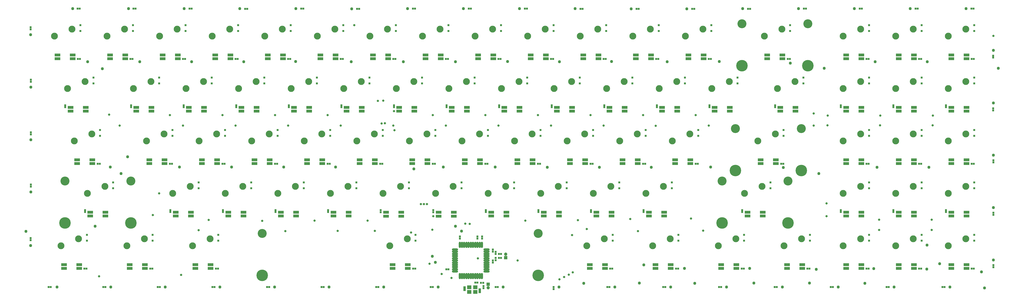
<source format=gbs>
G04*
G04 #@! TF.GenerationSoftware,Altium Limited,Altium Designer,21.2.2 (38)*
G04*
G04 Layer_Color=16711935*
%FSLAX25Y25*%
%MOIN*%
G70*
G04*
G04 #@! TF.SameCoordinates,D2681F19-CCD1-4E4B-9F87-FD34C08DC50C*
G04*
G04*
G04 #@! TF.FilePolarity,Negative*
G04*
G01*
G75*
%ADD15R,0.07887X0.04028*%
%ADD16C,0.12800*%
%ADD17C,0.16500*%
%ADD19R,0.04737X0.04737*%
%ADD20C,0.04737*%
%ADD21C,0.04300*%
%ADD22C,0.03200*%
%ADD23C,0.03800*%
%ADD44R,0.06312X0.05524*%
%ADD45R,0.03320X0.03477*%
%ADD46R,0.02847X0.03005*%
%ADD47R,0.02572X0.03123*%
%ADD48R,0.02572X0.02572*%
%ADD49R,0.02965X0.02965*%
%ADD50O,0.03162X0.08871*%
%ADD51O,0.08871X0.03162*%
%ADD52R,0.03005X0.02847*%
%ADD53C,0.09800*%
D15*
X219047Y113539D02*
D03*
Y119051D02*
D03*
X240700Y113539D02*
D03*
Y119051D02*
D03*
X537803Y263539D02*
D03*
Y269051D02*
D03*
X559457Y263539D02*
D03*
Y269051D02*
D03*
X294047Y113539D02*
D03*
Y119051D02*
D03*
X315700Y113539D02*
D03*
Y119051D02*
D03*
X237802Y263539D02*
D03*
Y269051D02*
D03*
X259456Y263539D02*
D03*
Y269051D02*
D03*
X444047Y113539D02*
D03*
Y119051D02*
D03*
X465701Y113539D02*
D03*
Y119051D02*
D03*
X1250303Y113539D02*
D03*
Y119051D02*
D03*
X1271957Y113539D02*
D03*
Y119051D02*
D03*
X612803Y263539D02*
D03*
Y269051D02*
D03*
X634457Y263539D02*
D03*
Y269051D02*
D03*
X69046Y263539D02*
D03*
Y269051D02*
D03*
X90700Y263539D02*
D03*
Y269051D02*
D03*
X462803Y263539D02*
D03*
Y269051D02*
D03*
X484457Y263539D02*
D03*
Y269051D02*
D03*
X550075Y44050D02*
D03*
Y38539D02*
D03*
X528421Y44050D02*
D03*
Y38539D02*
D03*
X1325303Y113539D02*
D03*
Y119051D02*
D03*
X1346957Y113539D02*
D03*
Y119051D02*
D03*
X1175303Y113539D02*
D03*
Y119051D02*
D03*
X1196957Y113539D02*
D03*
Y119051D02*
D03*
X1346957Y194051D02*
D03*
Y188539D02*
D03*
X1325303Y194051D02*
D03*
Y188539D02*
D03*
X1271957Y194051D02*
D03*
Y188539D02*
D03*
X1250303Y194051D02*
D03*
Y188539D02*
D03*
X1196957Y194051D02*
D03*
Y188539D02*
D03*
X1175303Y194051D02*
D03*
Y188539D02*
D03*
X278200Y194051D02*
D03*
Y188539D02*
D03*
X256547Y194051D02*
D03*
Y188539D02*
D03*
X925075Y44050D02*
D03*
Y38539D02*
D03*
X903421Y44050D02*
D03*
Y38539D02*
D03*
X1034674Y113539D02*
D03*
Y119051D02*
D03*
X1056327Y113539D02*
D03*
Y119051D02*
D03*
X1346957Y44050D02*
D03*
Y38539D02*
D03*
X1325303Y44050D02*
D03*
Y38539D02*
D03*
X1112575Y44050D02*
D03*
Y38539D02*
D03*
X1090921Y44050D02*
D03*
Y38539D02*
D03*
X831327Y44050D02*
D03*
Y38539D02*
D03*
X809674Y44050D02*
D03*
Y38539D02*
D03*
X387803Y263539D02*
D03*
Y269051D02*
D03*
X409457Y263539D02*
D03*
Y269051D02*
D03*
X162802Y263539D02*
D03*
Y269051D02*
D03*
X184456Y263539D02*
D03*
Y269051D02*
D03*
X1346957Y344056D02*
D03*
Y338544D02*
D03*
X1325303Y344056D02*
D03*
Y338544D02*
D03*
Y263539D02*
D03*
Y269051D02*
D03*
X1346957Y263539D02*
D03*
Y269051D02*
D03*
X837803Y263539D02*
D03*
Y269051D02*
D03*
X859457Y263539D02*
D03*
Y269051D02*
D03*
X762803Y263539D02*
D03*
Y269051D02*
D03*
X784457Y263539D02*
D03*
Y269051D02*
D03*
X593969Y113503D02*
D03*
Y119015D02*
D03*
X615623Y113503D02*
D03*
Y119015D02*
D03*
X1018827Y44050D02*
D03*
Y38539D02*
D03*
X997174Y44050D02*
D03*
Y38539D02*
D03*
X669047Y113539D02*
D03*
Y119051D02*
D03*
X690701Y113539D02*
D03*
Y119051D02*
D03*
X175075Y44050D02*
D03*
Y38539D02*
D03*
X153422Y44050D02*
D03*
Y38539D02*
D03*
X97171Y113539D02*
D03*
Y119051D02*
D03*
X118825Y113539D02*
D03*
Y119051D02*
D03*
X1196957Y44050D02*
D03*
Y38539D02*
D03*
X1175303Y44050D02*
D03*
Y38539D02*
D03*
X81325Y44050D02*
D03*
Y38539D02*
D03*
X59671Y44050D02*
D03*
Y38539D02*
D03*
X268825Y44050D02*
D03*
Y38539D02*
D03*
X247172Y44050D02*
D03*
Y38539D02*
D03*
X803201Y194051D02*
D03*
Y188539D02*
D03*
X781547Y194051D02*
D03*
Y188539D02*
D03*
X728201Y194051D02*
D03*
Y188539D02*
D03*
X706547Y194051D02*
D03*
Y188539D02*
D03*
X653201Y194051D02*
D03*
Y188539D02*
D03*
X631547Y194051D02*
D03*
Y188539D02*
D03*
X1196957Y344056D02*
D03*
Y338544D02*
D03*
X1175303Y344056D02*
D03*
Y338544D02*
D03*
X687803Y263539D02*
D03*
Y269051D02*
D03*
X709457Y263539D02*
D03*
Y269051D02*
D03*
X1271957Y344056D02*
D03*
Y338544D02*
D03*
X1250303Y344056D02*
D03*
Y338544D02*
D03*
X578201Y194051D02*
D03*
Y188539D02*
D03*
X556547Y194051D02*
D03*
Y188539D02*
D03*
X503201Y194051D02*
D03*
Y188539D02*
D03*
X481547Y194051D02*
D03*
Y188539D02*
D03*
X428201Y194051D02*
D03*
Y188539D02*
D03*
X406547Y194051D02*
D03*
Y188539D02*
D03*
X71955Y344056D02*
D03*
Y338544D02*
D03*
X50302Y344056D02*
D03*
Y338544D02*
D03*
X1075075Y194051D02*
D03*
Y188539D02*
D03*
X1053421Y194051D02*
D03*
Y188539D02*
D03*
X1250303Y263539D02*
D03*
Y269051D02*
D03*
X1271957Y263539D02*
D03*
Y269051D02*
D03*
X312802Y263539D02*
D03*
Y269051D02*
D03*
X334456Y263539D02*
D03*
Y269051D02*
D03*
X1271957Y44050D02*
D03*
Y38539D02*
D03*
X1250303Y44050D02*
D03*
Y38539D02*
D03*
X1175303Y263539D02*
D03*
Y269051D02*
D03*
X1196957Y263539D02*
D03*
Y269051D02*
D03*
X353200Y194051D02*
D03*
Y188539D02*
D03*
X331547Y194051D02*
D03*
Y188539D02*
D03*
X100075Y194051D02*
D03*
Y188539D02*
D03*
X78421Y194051D02*
D03*
Y188539D02*
D03*
X369047Y113539D02*
D03*
Y119051D02*
D03*
X390701Y113539D02*
D03*
Y119051D02*
D03*
X1084457Y344056D02*
D03*
Y338544D02*
D03*
X1062803Y344056D02*
D03*
Y338544D02*
D03*
X518952Y113503D02*
D03*
Y119015D02*
D03*
X540606Y113503D02*
D03*
Y119015D02*
D03*
X203200Y194051D02*
D03*
Y188539D02*
D03*
X181547Y194051D02*
D03*
Y188539D02*
D03*
X987803Y263539D02*
D03*
Y269051D02*
D03*
X1009457Y263539D02*
D03*
Y269051D02*
D03*
X1081548Y263539D02*
D03*
Y269051D02*
D03*
X1103201Y263539D02*
D03*
Y269051D02*
D03*
X912803Y263539D02*
D03*
Y269051D02*
D03*
X934457Y263539D02*
D03*
Y269051D02*
D03*
X971957Y344056D02*
D03*
Y338544D02*
D03*
X950303Y344056D02*
D03*
Y338544D02*
D03*
X878201Y194051D02*
D03*
Y188539D02*
D03*
X856548Y194051D02*
D03*
Y188539D02*
D03*
X894048Y113539D02*
D03*
Y119051D02*
D03*
X915701Y113539D02*
D03*
Y119051D02*
D03*
X819048Y113539D02*
D03*
Y119051D02*
D03*
X840701Y113539D02*
D03*
Y119051D02*
D03*
X896957Y344056D02*
D03*
Y338544D02*
D03*
X875303Y344056D02*
D03*
Y338544D02*
D03*
X744047Y113539D02*
D03*
Y119051D02*
D03*
X765701Y113539D02*
D03*
Y119051D02*
D03*
X953201Y194051D02*
D03*
Y188539D02*
D03*
X931548Y194051D02*
D03*
Y188539D02*
D03*
X746957Y344056D02*
D03*
Y338544D02*
D03*
X725303Y344056D02*
D03*
Y338544D02*
D03*
X671949Y344056D02*
D03*
Y338544D02*
D03*
X650295Y344056D02*
D03*
Y338544D02*
D03*
X596949Y344056D02*
D03*
Y338544D02*
D03*
X575295Y344056D02*
D03*
Y338544D02*
D03*
X521957Y344056D02*
D03*
Y338544D02*
D03*
X500303Y344056D02*
D03*
Y338544D02*
D03*
X446949Y344056D02*
D03*
Y338544D02*
D03*
X425295Y344056D02*
D03*
Y338544D02*
D03*
X371941Y344056D02*
D03*
Y338544D02*
D03*
X350288Y344056D02*
D03*
Y338544D02*
D03*
X296948Y344056D02*
D03*
Y338544D02*
D03*
X275294Y344056D02*
D03*
Y338544D02*
D03*
X221948Y344056D02*
D03*
Y338544D02*
D03*
X200294Y344056D02*
D03*
Y338544D02*
D03*
X146948Y344056D02*
D03*
Y338544D02*
D03*
X125294Y344056D02*
D03*
Y338544D02*
D03*
X821957Y344056D02*
D03*
Y338544D02*
D03*
X800303Y344056D02*
D03*
Y338544D02*
D03*
D16*
X736123Y88626D02*
D03*
X342373D02*
D03*
X998500Y163626D02*
D03*
X1092500D02*
D03*
X60998D02*
D03*
X154998D02*
D03*
X1017248Y238626D02*
D03*
X1111248D02*
D03*
X1026630Y388632D02*
D03*
X1120630D02*
D03*
D17*
X736123Y28626D02*
D03*
X342373D02*
D03*
X998500Y103626D02*
D03*
X1092500D02*
D03*
X60998D02*
D03*
X154998D02*
D03*
X1017248Y178626D02*
D03*
X1111248D02*
D03*
X1026630Y328631D02*
D03*
X1120630D02*
D03*
D19*
X689600Y54100D02*
D03*
X664800Y16000D02*
D03*
D20*
X689600Y59100D02*
D03*
X664800Y11000D02*
D03*
D21*
X1385300Y200846D02*
D03*
X1385272Y275418D02*
D03*
X1372600Y10700D02*
D03*
X1385272Y350823D02*
D03*
X1392352Y325136D02*
D03*
X1385256Y125790D02*
D03*
X1290800Y72100D02*
D03*
X1308600Y45200D02*
D03*
X880300Y17700D02*
D03*
X801200Y17500D02*
D03*
X886600Y43800D02*
D03*
X1123000Y17600D02*
D03*
X150400Y198500D02*
D03*
X1214700Y38500D02*
D03*
X1290300Y37700D02*
D03*
X1202000Y17500D02*
D03*
X1132600Y37500D02*
D03*
X1037800Y38600D02*
D03*
X1043600Y17600D02*
D03*
X959400Y17500D02*
D03*
X944600Y38600D02*
D03*
X1291100Y334500D02*
D03*
X1216800D02*
D03*
X1095600Y332200D02*
D03*
X994300Y334600D02*
D03*
X920000Y334400D02*
D03*
X840800Y334600D02*
D03*
X766500Y334500D02*
D03*
X692400Y334700D02*
D03*
X618000Y334500D02*
D03*
X543700D02*
D03*
X469400Y334400D02*
D03*
X390200Y334800D02*
D03*
X315900Y334400D02*
D03*
X241800Y334500D02*
D03*
X167600D02*
D03*
X93300Y334400D02*
D03*
X1293400Y183500D02*
D03*
X1219300Y183400D02*
D03*
X1085700Y183100D02*
D03*
X981900Y183800D02*
D03*
X897500Y183500D02*
D03*
X823500Y183400D02*
D03*
X749000Y183500D02*
D03*
X674699Y183549D02*
D03*
X600630Y183549D02*
D03*
X558600Y180900D02*
D03*
X447100Y183700D02*
D03*
X372900Y183800D02*
D03*
X298700Y183700D02*
D03*
X224400Y183600D02*
D03*
X125600Y183700D02*
D03*
X788784Y410216D02*
D03*
X1346484Y410316D02*
D03*
X1266813Y410272D02*
D03*
X1187125D02*
D03*
X1107284Y410306D02*
D03*
X1027662Y410210D02*
D03*
X948116Y410182D02*
D03*
X868563Y410190D02*
D03*
X709232Y410349D02*
D03*
X629284Y410316D02*
D03*
X549584D02*
D03*
X469984Y410016D02*
D03*
X390484Y410416D02*
D03*
X310484Y410216D02*
D03*
X231084Y410416D02*
D03*
X151848Y410316D02*
D03*
X72054D02*
D03*
X12119Y372994D02*
D03*
X12384Y298116D02*
D03*
Y222816D02*
D03*
Y147916D02*
D03*
X12180Y71231D02*
D03*
X126341Y11944D02*
D03*
X204198D02*
D03*
X282056D02*
D03*
X359913D02*
D03*
X437770D02*
D03*
X515653D02*
D03*
X593484D02*
D03*
X685984D02*
D03*
X765672D02*
D03*
X1004734D02*
D03*
X1084422D02*
D03*
X1164109D02*
D03*
X1243797D02*
D03*
X1368281Y33777D02*
D03*
X1143980Y325180D02*
D03*
X626600Y92000D02*
D03*
X589410Y47521D02*
D03*
X585132Y55960D02*
D03*
X845359Y11944D02*
D03*
X925047D02*
D03*
X103911Y99100D02*
D03*
X5329Y91644D02*
D03*
X97762Y119051D02*
D03*
X1385325Y50821D02*
D03*
X1323528Y11900D02*
D03*
X49764Y11944D02*
D03*
X617981Y98876D02*
D03*
X114556Y324200D02*
D03*
X140911Y174252D02*
D03*
X1136517Y174500D02*
D03*
X1325894Y119051D02*
D03*
X1250894D02*
D03*
X1175894D02*
D03*
X1035264D02*
D03*
X894638D02*
D03*
X819638D02*
D03*
X744638D02*
D03*
X669638D02*
D03*
X594560Y119015D02*
D03*
X519543D02*
D03*
X444638Y119051D02*
D03*
X369638D02*
D03*
X294637D02*
D03*
X219637D02*
D03*
X1325894Y269051D02*
D03*
X1250894D02*
D03*
X1175894D02*
D03*
X1082061Y269127D02*
D03*
X988394Y269051D02*
D03*
X913394D02*
D03*
X838394D02*
D03*
X763394D02*
D03*
X688394D02*
D03*
X613394D02*
D03*
X538394D02*
D03*
X463394D02*
D03*
X388394D02*
D03*
X313393D02*
D03*
X238393D02*
D03*
X163393D02*
D03*
X69637D02*
D03*
D22*
X109567Y27230D02*
D03*
X450099Y92495D02*
D03*
X1149016Y257480D02*
D03*
X612268Y25182D02*
D03*
X598400Y30800D02*
D03*
X416938Y107055D02*
D03*
X375500Y92100D02*
D03*
X342340Y106660D02*
D03*
X226700Y29441D02*
D03*
X766421Y22889D02*
D03*
X773216Y26326D02*
D03*
X779793Y29729D02*
D03*
X785493Y33150D02*
D03*
X706837Y50053D02*
D03*
X580995Y45212D02*
D03*
X585058Y93867D02*
D03*
X568591Y130822D02*
D03*
X512600Y246100D02*
D03*
X507501Y278429D02*
D03*
X473763Y386651D02*
D03*
X577245Y130649D02*
D03*
X573000Y130782D02*
D03*
X517500Y246200D02*
D03*
X531200Y236300D02*
D03*
X530484Y263573D02*
D03*
X514907Y278580D02*
D03*
X483866Y269051D02*
D03*
X586300Y113400D02*
D03*
X540015Y119015D02*
D03*
X867384Y109378D02*
D03*
X717800Y106900D02*
D03*
X638384Y102512D02*
D03*
X632151Y102539D02*
D03*
X554720Y89925D02*
D03*
X1385256Y371368D02*
D03*
X650000Y53150D02*
D03*
X784441Y86374D02*
D03*
X810264Y38539D02*
D03*
X549484Y44050D02*
D03*
X1147419Y113239D02*
D03*
X971279Y92847D02*
D03*
X953946Y110181D02*
D03*
X805520Y95064D02*
D03*
X878266Y92109D02*
D03*
X792750Y107847D02*
D03*
X502977Y92397D02*
D03*
X492751Y107052D02*
D03*
X251567Y93307D02*
D03*
X266134Y107874D02*
D03*
X1147377Y131590D02*
D03*
X1129134Y260236D02*
D03*
Y242914D02*
D03*
X139055Y242962D02*
D03*
X123952Y258659D02*
D03*
X903800Y242800D02*
D03*
X1148816Y243310D02*
D03*
X1299016Y257480D02*
D03*
X1298816Y243310D02*
D03*
X1297441Y108268D02*
D03*
Y93701D02*
D03*
X1224016Y257480D02*
D03*
X1223816Y243310D02*
D03*
X1222441Y108268D02*
D03*
Y93701D02*
D03*
X960629Y257877D02*
D03*
X979526Y242916D02*
D03*
X885629Y257877D02*
D03*
X810660Y257906D02*
D03*
X829558Y242945D02*
D03*
X735660Y257906D02*
D03*
X754558Y242945D02*
D03*
X660652Y257906D02*
D03*
X679550Y242945D02*
D03*
X585652Y257906D02*
D03*
X604550Y242945D02*
D03*
X529558D02*
D03*
X435652Y257906D02*
D03*
X454550Y242945D02*
D03*
X285651Y257906D02*
D03*
X304549Y242945D02*
D03*
X360644Y257906D02*
D03*
X379542Y242945D02*
D03*
X210622Y257874D02*
D03*
X229520Y242913D02*
D03*
X186299Y115009D02*
D03*
X195354Y146112D02*
D03*
D23*
X60262Y44050D02*
D03*
D44*
X637669Y5054D02*
D03*
Y11746D02*
D03*
X646331D02*
D03*
Y5054D02*
D03*
D45*
X631000Y11532D02*
D03*
Y8068D02*
D03*
X652600Y5000D02*
D03*
Y8465D02*
D03*
D46*
X675400Y53535D02*
D03*
Y50465D02*
D03*
X1385200Y340204D02*
D03*
Y343196D02*
D03*
X1385200Y267791D02*
D03*
Y264798D02*
D03*
X1385228Y193219D02*
D03*
Y190226D02*
D03*
Y118219D02*
D03*
Y115226D02*
D03*
Y43219D02*
D03*
Y40227D02*
D03*
X758029Y11944D02*
D03*
Y8952D02*
D03*
X12224Y78886D02*
D03*
Y81878D02*
D03*
X12428Y155571D02*
D03*
Y158563D02*
D03*
Y230471D02*
D03*
Y233463D02*
D03*
Y305771D02*
D03*
Y308763D02*
D03*
X12162Y380650D02*
D03*
Y383642D02*
D03*
X624269Y81504D02*
D03*
Y84496D02*
D03*
X671300Y46904D02*
D03*
Y49896D02*
D03*
Y65696D02*
D03*
Y62704D02*
D03*
X656000Y84496D02*
D03*
Y81504D02*
D03*
X649400Y81504D02*
D03*
Y84496D02*
D03*
X675415Y59419D02*
D03*
Y62490D02*
D03*
X658000Y10504D02*
D03*
Y13496D02*
D03*
X61500Y272196D02*
D03*
Y269204D02*
D03*
X586423Y122161D02*
D03*
Y119169D02*
D03*
X511406Y122161D02*
D03*
Y119169D02*
D03*
X530257Y272196D02*
D03*
Y269204D02*
D03*
X980257Y272196D02*
D03*
Y269204D02*
D03*
X1074001Y272196D02*
D03*
Y269204D02*
D03*
X905257Y272196D02*
D03*
Y269204D02*
D03*
X211500Y122196D02*
D03*
Y119204D02*
D03*
X286500Y122196D02*
D03*
Y119204D02*
D03*
X230256Y272196D02*
D03*
Y269204D02*
D03*
X436501Y122196D02*
D03*
Y119204D02*
D03*
X1242757Y122196D02*
D03*
Y119204D02*
D03*
X605257Y272196D02*
D03*
Y269204D02*
D03*
X455257Y272196D02*
D03*
Y269204D02*
D03*
X1317757Y122196D02*
D03*
Y119204D02*
D03*
X1167757Y122196D02*
D03*
Y119204D02*
D03*
X1027127Y122196D02*
D03*
Y119204D02*
D03*
X380257Y272196D02*
D03*
Y269204D02*
D03*
X155256Y272196D02*
D03*
Y269204D02*
D03*
X1317757Y272196D02*
D03*
Y269204D02*
D03*
X830257Y272196D02*
D03*
Y269204D02*
D03*
X755257Y272196D02*
D03*
Y269204D02*
D03*
X661501Y122196D02*
D03*
Y119204D02*
D03*
X89625Y122196D02*
D03*
Y119204D02*
D03*
X680257Y272196D02*
D03*
Y269204D02*
D03*
X1242757Y272196D02*
D03*
Y269204D02*
D03*
X305256Y272196D02*
D03*
Y269204D02*
D03*
X1167757Y272196D02*
D03*
Y269204D02*
D03*
X361501Y122196D02*
D03*
Y119204D02*
D03*
X886501Y122196D02*
D03*
Y119204D02*
D03*
X811501Y122196D02*
D03*
Y119204D02*
D03*
X736501Y122196D02*
D03*
Y119204D02*
D03*
D47*
X251745Y161648D02*
D03*
Y153341D02*
D03*
X457994Y386653D02*
D03*
Y378346D02*
D03*
X626668Y153306D02*
D03*
Y161613D02*
D03*
X551650Y153306D02*
D03*
Y161613D02*
D03*
X570502Y303341D02*
D03*
Y311648D02*
D03*
X589246Y228341D02*
D03*
Y236648D02*
D03*
X1020502Y303341D02*
D03*
Y311648D02*
D03*
X1114246Y303341D02*
D03*
Y311648D02*
D03*
X945502Y303341D02*
D03*
Y311648D02*
D03*
X326745Y153341D02*
D03*
Y161648D02*
D03*
X270500Y303341D02*
D03*
Y311648D02*
D03*
X476746Y153341D02*
D03*
Y161648D02*
D03*
X1283002Y153341D02*
D03*
Y161648D02*
D03*
X645502Y303341D02*
D03*
Y311648D02*
D03*
X101744Y303341D02*
D03*
Y311648D02*
D03*
X495502Y303341D02*
D03*
Y311648D02*
D03*
X561120Y78341D02*
D03*
Y86648D02*
D03*
X1358002Y153341D02*
D03*
Y161648D02*
D03*
X1208002Y153341D02*
D03*
Y161648D02*
D03*
X1358002Y228341D02*
D03*
Y236648D02*
D03*
X1283002Y228341D02*
D03*
Y236648D02*
D03*
X1208002Y228341D02*
D03*
Y236648D02*
D03*
X289245Y228341D02*
D03*
Y236648D02*
D03*
X936120Y78341D02*
D03*
Y86648D02*
D03*
X1067372Y153341D02*
D03*
Y161648D02*
D03*
X1358002Y78341D02*
D03*
Y86648D02*
D03*
X1123620Y78341D02*
D03*
Y86648D02*
D03*
X842372Y78341D02*
D03*
Y86648D02*
D03*
X420502Y303341D02*
D03*
Y311648D02*
D03*
X195500Y303341D02*
D03*
Y311648D02*
D03*
X1358002Y378346D02*
D03*
Y386653D02*
D03*
Y303341D02*
D03*
Y311648D02*
D03*
X870502Y303341D02*
D03*
Y311648D02*
D03*
X795502Y303341D02*
D03*
Y311648D02*
D03*
X1029872Y78341D02*
D03*
Y86648D02*
D03*
X701746Y153341D02*
D03*
Y161648D02*
D03*
X186120Y78341D02*
D03*
Y86648D02*
D03*
X129869Y153341D02*
D03*
Y161648D02*
D03*
X1208002Y78341D02*
D03*
Y86648D02*
D03*
X92369Y78341D02*
D03*
Y86648D02*
D03*
X279870Y78341D02*
D03*
Y86648D02*
D03*
X814246Y228341D02*
D03*
Y236648D02*
D03*
X739246Y228341D02*
D03*
Y236648D02*
D03*
X664246Y228341D02*
D03*
Y236648D02*
D03*
X1208002Y378346D02*
D03*
Y386653D02*
D03*
X720502Y303341D02*
D03*
Y311648D02*
D03*
X1283002Y378346D02*
D03*
Y386653D02*
D03*
X514246Y228341D02*
D03*
Y236648D02*
D03*
X439246Y228341D02*
D03*
Y236648D02*
D03*
X83000Y378346D02*
D03*
Y386653D02*
D03*
X1086120Y228341D02*
D03*
Y236648D02*
D03*
X1283002Y303341D02*
D03*
Y311648D02*
D03*
X345500Y303341D02*
D03*
Y311648D02*
D03*
X1283002Y78341D02*
D03*
Y86648D02*
D03*
X1208002Y303341D02*
D03*
Y311648D02*
D03*
X364245Y228341D02*
D03*
Y236648D02*
D03*
X111119Y228341D02*
D03*
Y236648D02*
D03*
X401746Y153341D02*
D03*
Y161648D02*
D03*
X1095502Y378346D02*
D03*
Y386653D02*
D03*
X214245Y228341D02*
D03*
Y236648D02*
D03*
X983002Y378346D02*
D03*
Y386653D02*
D03*
X889246Y228341D02*
D03*
Y236648D02*
D03*
X758002Y378346D02*
D03*
Y386653D02*
D03*
X682994Y378346D02*
D03*
Y386653D02*
D03*
X607994Y378346D02*
D03*
Y386653D02*
D03*
X533002Y378346D02*
D03*
Y386653D02*
D03*
X382986Y378346D02*
D03*
Y386653D02*
D03*
X307993Y378346D02*
D03*
Y386653D02*
D03*
X232993Y378346D02*
D03*
Y386653D02*
D03*
X157992Y378346D02*
D03*
Y386653D02*
D03*
X833002Y378346D02*
D03*
Y386653D02*
D03*
X926746Y153341D02*
D03*
Y161648D02*
D03*
X851746Y153341D02*
D03*
Y161648D02*
D03*
X908002Y378346D02*
D03*
Y386653D02*
D03*
X776746Y153341D02*
D03*
Y161648D02*
D03*
X964246Y228341D02*
D03*
Y236648D02*
D03*
D48*
X679925Y53600D02*
D03*
X683075D02*
D03*
Y59400D02*
D03*
X679925D02*
D03*
D49*
X654328Y18000D02*
D03*
X657872D02*
D03*
D50*
X655748Y72441D02*
D03*
X652598D02*
D03*
X649449D02*
D03*
X646299D02*
D03*
X643150D02*
D03*
X640000D02*
D03*
X636850D02*
D03*
X633701D02*
D03*
X630551D02*
D03*
X627402D02*
D03*
X624252D02*
D03*
Y27559D02*
D03*
X627402D02*
D03*
X630551D02*
D03*
X633701D02*
D03*
X636850D02*
D03*
X640000D02*
D03*
X643150D02*
D03*
X646299D02*
D03*
X649449D02*
D03*
X652598D02*
D03*
X655748D02*
D03*
D51*
X617559Y65748D02*
D03*
Y62598D02*
D03*
Y59449D02*
D03*
Y56299D02*
D03*
Y53150D02*
D03*
Y50000D02*
D03*
Y46850D02*
D03*
Y43701D02*
D03*
Y40551D02*
D03*
Y37402D02*
D03*
Y34252D02*
D03*
X662441D02*
D03*
Y37402D02*
D03*
Y40551D02*
D03*
Y43701D02*
D03*
Y46850D02*
D03*
Y50000D02*
D03*
Y53150D02*
D03*
Y56299D02*
D03*
Y59449D02*
D03*
Y62598D02*
D03*
Y65748D02*
D03*
D52*
X1357163Y410272D02*
D03*
X1354171D02*
D03*
X1315857Y11928D02*
D03*
X1312865D02*
D03*
X1233133Y11972D02*
D03*
X1236125D02*
D03*
X1156438D02*
D03*
X1153446D02*
D03*
X1076383D02*
D03*
X1073391D02*
D03*
X997063D02*
D03*
X994071D02*
D03*
X917375D02*
D03*
X914383D02*
D03*
X837688D02*
D03*
X834696D02*
D03*
X678313D02*
D03*
X675321D02*
D03*
X585813D02*
D03*
X582821D02*
D03*
X507956D02*
D03*
X504964D02*
D03*
X430099D02*
D03*
X427107D02*
D03*
X352241D02*
D03*
X349249D02*
D03*
X274384D02*
D03*
X271392D02*
D03*
X196527D02*
D03*
X193535D02*
D03*
X118670D02*
D03*
X115678D02*
D03*
X40729Y11928D02*
D03*
X37737D02*
D03*
X78971Y410272D02*
D03*
X81963D02*
D03*
X158871D02*
D03*
X161863D02*
D03*
X238771Y410372D02*
D03*
X241763D02*
D03*
X318171Y410172D02*
D03*
X321163D02*
D03*
X398171Y410372D02*
D03*
X401163D02*
D03*
X477671Y409972D02*
D03*
X480663D02*
D03*
X557271Y410272D02*
D03*
X560263D02*
D03*
X636971D02*
D03*
X639963D02*
D03*
X716919Y410305D02*
D03*
X719911D02*
D03*
X796471Y410172D02*
D03*
X799463D02*
D03*
X876250Y410146D02*
D03*
X879243D02*
D03*
X955803Y410138D02*
D03*
X958795D02*
D03*
X1035349Y410166D02*
D03*
X1038341D02*
D03*
X1114971Y410262D02*
D03*
X1117963D02*
D03*
X1194812Y410228D02*
D03*
X1197804D02*
D03*
X1274500D02*
D03*
X1277492D02*
D03*
X454498Y338500D02*
D03*
X457490D02*
D03*
X646404Y18200D02*
D03*
X649396D02*
D03*
X605004Y37400D02*
D03*
X607996D02*
D03*
X588742Y188495D02*
D03*
X585750D02*
D03*
X560616Y38495D02*
D03*
X557624D02*
D03*
X1357498Y188495D02*
D03*
X1354506D02*
D03*
X1282498D02*
D03*
X1279506D02*
D03*
X1207498D02*
D03*
X1204506D02*
D03*
X288741D02*
D03*
X285749D02*
D03*
X935616Y38495D02*
D03*
X932624D02*
D03*
X1357498D02*
D03*
X1354506D02*
D03*
X1123116D02*
D03*
X1120124D02*
D03*
X841868D02*
D03*
X838876D02*
D03*
X1357498Y338500D02*
D03*
X1354506D02*
D03*
X1029368Y38495D02*
D03*
X1026376D02*
D03*
X185616D02*
D03*
X182624D02*
D03*
X1207498D02*
D03*
X1204506D02*
D03*
X91865D02*
D03*
X88873D02*
D03*
X279366D02*
D03*
X276374D02*
D03*
X813742Y188495D02*
D03*
X810750D02*
D03*
X738742D02*
D03*
X735750D02*
D03*
X663742D02*
D03*
X660750D02*
D03*
X1207498Y338500D02*
D03*
X1204506D02*
D03*
X1282498D02*
D03*
X1279506D02*
D03*
X513742Y188495D02*
D03*
X510750D02*
D03*
X438742D02*
D03*
X435750D02*
D03*
X82496Y338500D02*
D03*
X79504D02*
D03*
X1085616Y188495D02*
D03*
X1082624D02*
D03*
X1282498Y38495D02*
D03*
X1279506D02*
D03*
X363741Y188495D02*
D03*
X360749D02*
D03*
X110615D02*
D03*
X107623D02*
D03*
X1094998Y338500D02*
D03*
X1092006D02*
D03*
X213741Y188495D02*
D03*
X210749D02*
D03*
X982498Y338500D02*
D03*
X979506D02*
D03*
X888742Y188495D02*
D03*
X885750D02*
D03*
X757498Y338500D02*
D03*
X754505D02*
D03*
X682490D02*
D03*
X679498D02*
D03*
X607490D02*
D03*
X604498D02*
D03*
X532498D02*
D03*
X529505D02*
D03*
X382482D02*
D03*
X379490D02*
D03*
X307489D02*
D03*
X304497D02*
D03*
X232489D02*
D03*
X229497D02*
D03*
X157489D02*
D03*
X154497D02*
D03*
X832498D02*
D03*
X829506D02*
D03*
X907498D02*
D03*
X904506D02*
D03*
X963742Y188495D02*
D03*
X960750D02*
D03*
D53*
X214873Y146126D02*
D03*
X239873Y156126D02*
D03*
X421122Y371131D02*
D03*
X446122Y381132D02*
D03*
X1321130Y221126D02*
D03*
X1346130Y231126D02*
D03*
X614796Y156091D02*
D03*
X589796Y146091D02*
D03*
X539779Y156091D02*
D03*
X514779Y146091D02*
D03*
X558630Y306126D02*
D03*
X533630Y296126D02*
D03*
X577374Y231126D02*
D03*
X552374Y221126D02*
D03*
X1008630Y306126D02*
D03*
X983630Y296126D02*
D03*
X1102374Y306126D02*
D03*
X1077374Y296126D02*
D03*
X933630Y306126D02*
D03*
X908630Y296126D02*
D03*
X314873Y156126D02*
D03*
X289873Y146126D02*
D03*
X258629Y306126D02*
D03*
X233629Y296126D02*
D03*
X464874Y156126D02*
D03*
X439874Y146126D02*
D03*
X1271130Y156126D02*
D03*
X1246130Y146126D02*
D03*
X633630Y306126D02*
D03*
X608630Y296126D02*
D03*
X89873Y306126D02*
D03*
X64873Y296126D02*
D03*
X483630Y306126D02*
D03*
X458630Y296126D02*
D03*
X549248Y81126D02*
D03*
X524248Y71126D02*
D03*
X1346130Y156126D02*
D03*
X1321130Y146126D02*
D03*
X1196130Y156126D02*
D03*
X1171130Y146126D02*
D03*
X1271130Y231126D02*
D03*
X1246130Y221126D02*
D03*
X1196130Y231126D02*
D03*
X1171130Y221126D02*
D03*
X277373Y231126D02*
D03*
X252373Y221126D02*
D03*
X924248Y81126D02*
D03*
X899248Y71126D02*
D03*
X1055500Y156126D02*
D03*
X1030500Y146126D02*
D03*
X1346130Y81126D02*
D03*
X1321130Y71126D02*
D03*
X1111748Y81126D02*
D03*
X1086748Y71126D02*
D03*
X830500Y81126D02*
D03*
X805500Y71126D02*
D03*
X408630Y306126D02*
D03*
X383630Y296126D02*
D03*
X183629Y306126D02*
D03*
X158629Y296126D02*
D03*
X1346130Y381132D02*
D03*
X1321130Y371131D02*
D03*
X1346130Y306126D02*
D03*
X1321130Y296126D02*
D03*
X858630Y306126D02*
D03*
X833630Y296126D02*
D03*
X783630Y306126D02*
D03*
X758630Y296126D02*
D03*
X1018000Y81126D02*
D03*
X993000Y71126D02*
D03*
X689874Y156126D02*
D03*
X664874Y146126D02*
D03*
X174249Y81126D02*
D03*
X149249Y71126D02*
D03*
X117998Y156126D02*
D03*
X92998Y146126D02*
D03*
X1196130Y81126D02*
D03*
X1171130Y71126D02*
D03*
X80498Y81126D02*
D03*
X55498Y71126D02*
D03*
X267999Y81126D02*
D03*
X242999Y71126D02*
D03*
X802374Y231126D02*
D03*
X777374Y221126D02*
D03*
X727374Y231126D02*
D03*
X702374Y221126D02*
D03*
X652374Y231126D02*
D03*
X627374Y221126D02*
D03*
X1196130Y381132D02*
D03*
X1171130Y371131D02*
D03*
X708630Y306126D02*
D03*
X683630Y296126D02*
D03*
X1271130Y381132D02*
D03*
X1246130Y371131D02*
D03*
X502374Y231126D02*
D03*
X477374Y221126D02*
D03*
X427374Y231126D02*
D03*
X402374Y221126D02*
D03*
X71128Y381132D02*
D03*
X46128Y371131D02*
D03*
X1074248Y231126D02*
D03*
X1049248Y221126D02*
D03*
X1271130Y306126D02*
D03*
X1246130Y296126D02*
D03*
X333629Y306126D02*
D03*
X308629Y296126D02*
D03*
X1271130Y81126D02*
D03*
X1246130Y71126D02*
D03*
X1196130Y306126D02*
D03*
X1171130Y296126D02*
D03*
X352373Y231126D02*
D03*
X327373Y221126D02*
D03*
X99248Y231126D02*
D03*
X74248Y221126D02*
D03*
X389874Y156126D02*
D03*
X364874Y146126D02*
D03*
X1083630Y381132D02*
D03*
X1058630Y371131D02*
D03*
X202373Y231126D02*
D03*
X177373Y221126D02*
D03*
X971130Y381132D02*
D03*
X946130Y371131D02*
D03*
X877374Y231126D02*
D03*
X852374Y221126D02*
D03*
X746130Y381132D02*
D03*
X721130Y371131D02*
D03*
X671122Y381132D02*
D03*
X646122Y371131D02*
D03*
X596122Y381132D02*
D03*
X571122Y371131D02*
D03*
X521130Y381132D02*
D03*
X496130Y371131D02*
D03*
X371114Y381132D02*
D03*
X346114Y371131D02*
D03*
X296121Y381132D02*
D03*
X271121Y371131D02*
D03*
X221121Y381132D02*
D03*
X196121Y371131D02*
D03*
X146121Y381132D02*
D03*
X121121Y371131D02*
D03*
X821130Y381132D02*
D03*
X796130Y371131D02*
D03*
X914874Y156126D02*
D03*
X889874Y146126D02*
D03*
X839874Y156126D02*
D03*
X814874Y146126D02*
D03*
X896130Y381132D02*
D03*
X871130Y371131D02*
D03*
X764874Y156126D02*
D03*
X739874Y146126D02*
D03*
X952374Y231126D02*
D03*
X927374Y221126D02*
D03*
M02*

</source>
